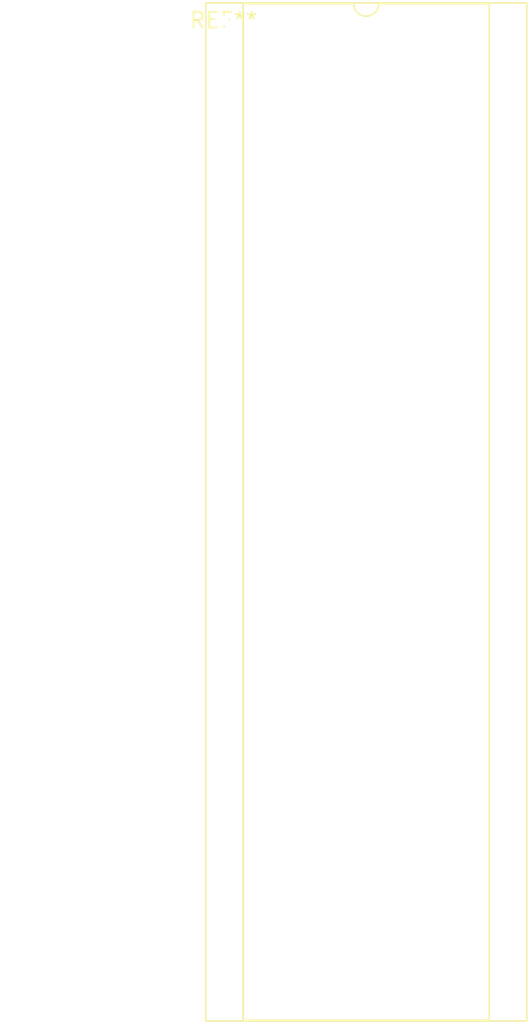
<source format=kicad_pcb>
(kicad_pcb (version 20240108) (generator pcbnew)
  (layers (0 "F.Cu" signal) (31 "B.Cu" signal) (34 "B.Paste" user) (35 "F.Paste" user) (36 "B.SilkS" user "B.Silkscreen") (37 "F.SilkS" user "F.Silkscreen") (38 "B.Mask" user) (39 "F.Mask" user) (44 "Edge.Cuts" user))
  (net 0 "")
  (footprint "DIP-64_W22.86mm_Socket_LongPads" (layer "F.Cu") (at 0 0)
    (property "Reference" "REF**")
    (property "Value" "DIP-64_W22.86mm_Socket_LongPads")
    (fp_line (start -1.44 -1.39) (end -1.44 80.13) (layer "F.SilkS") (stroke (width 0.12)))
    (fp_line (start -1.44 80.13) (end 24.3 80.13) (layer "F.SilkS") (stroke (width 0.12)))
    (fp_line (start 1.56 -1.33) (end 1.56 80.07) (layer "F.SilkS") (stroke (width 0.12)))
    (fp_line (start 1.56 80.07) (end 21.3 80.07) (layer "F.SilkS") (stroke (width 0.12)))
    (fp_line (start 10.43 -1.33) (end 1.56 -1.33) (layer "F.SilkS") (stroke (width 0.12)))
    (fp_line (start 21.3 -1.33) (end 12.43 -1.33) (layer "F.SilkS") (stroke (width 0.12)))
    (fp_line (start 21.3 80.07) (end 21.3 -1.33) (layer "F.SilkS") (stroke (width 0.12)))
    (fp_line (start 24.3 -1.39) (end -1.44 -1.39) (layer "F.SilkS") (stroke (width 0.12)))
    (fp_line (start 24.3 80.13) (end 24.3 -1.39) (layer "F.SilkS") (stroke (width 0.12)))
    (fp_arc (start 12.43 -1.33) (mid 11.43 -0.33) (end 10.43 -1.33) (layer "F.SilkS") (stroke (width 0.12)))
    (pad "1" thru_hole rect (at 0 0) (size 2.4 1.6) (drill 0.8) (layers *.Cu *.Mask) (remove_unused_layers))
    (pad "2" thru_hole oval (at 0 2.54) (size 2.4 1.6) (drill 0.8) (layers *.Cu *.Mask) (remove_unused_layers))
    (pad "3" thru_hole oval (at 0 5.08) (size 2.4 1.6) (drill 0.8) (layers *.Cu *.Mask) (remove_unused_layers))
    (pad "4" thru_hole oval (at 0 7.62) (size 2.4 1.6) (drill 0.8) (layers *.Cu *.Mask) (remove_unused_layers))
    (pad "5" thru_hole oval (at 0 10.16) (size 2.4 1.6) (drill 0.8) (layers *.Cu *.Mask) (remove_unused_layers))
    (pad "6" thru_hole oval (at 0 12.7) (size 2.4 1.6) (drill 0.8) (layers *.Cu *.Mask) (remove_unused_layers))
    (pad "7" thru_hole oval (at 0 15.24) (size 2.4 1.6) (drill 0.8) (layers *.Cu *.Mask) (remove_unused_layers))
    (pad "8" thru_hole oval (at 0 17.78) (size 2.4 1.6) (drill 0.8) (layers *.Cu *.Mask) (remove_unused_layers))
    (pad "9" thru_hole oval (at 0 20.32) (size 2.4 1.6) (drill 0.8) (layers *.Cu *.Mask) (remove_unused_layers))
    (pad "10" thru_hole oval (at 0 22.86) (size 2.4 1.6) (drill 0.8) (layers *.Cu *.Mask) (remove_unused_layers))
    (pad "11" thru_hole oval (at 0 25.4) (size 2.4 1.6) (drill 0.8) (layers *.Cu *.Mask) (remove_unused_layers))
    (pad "12" thru_hole oval (at 0 27.94) (size 2.4 1.6) (drill 0.8) (layers *.Cu *.Mask) (remove_unused_layers))
    (pad "13" thru_hole oval (at 0 30.48) (size 2.4 1.6) (drill 0.8) (layers *.Cu *.Mask) (remove_unused_layers))
    (pad "14" thru_hole oval (at 0 33.02) (size 2.4 1.6) (drill 0.8) (layers *.Cu *.Mask) (remove_unused_layers))
    (pad "15" thru_hole oval (at 0 35.56) (size 2.4 1.6) (drill 0.8) (layers *.Cu *.Mask) (remove_unused_layers))
    (pad "16" thru_hole oval (at 0 38.1) (size 2.4 1.6) (drill 0.8) (layers *.Cu *.Mask) (remove_unused_layers))
    (pad "17" thru_hole oval (at 0 40.64) (size 2.4 1.6) (drill 0.8) (layers *.Cu *.Mask) (remove_unused_layers))
    (pad "18" thru_hole oval (at 0 43.18) (size 2.4 1.6) (drill 0.8) (layers *.Cu *.Mask) (remove_unused_layers))
    (pad "19" thru_hole oval (at 0 45.72) (size 2.4 1.6) (drill 0.8) (layers *.Cu *.Mask) (remove_unused_layers))
    (pad "20" thru_hole oval (at 0 48.26) (size 2.4 1.6) (drill 0.8) (layers *.Cu *.Mask) (remove_unused_layers))
    (pad "21" thru_hole oval (at 0 50.8) (size 2.4 1.6) (drill 0.8) (layers *.Cu *.Mask) (remove_unused_layers))
    (pad "22" thru_hole oval (at 0 53.34) (size 2.4 1.6) (drill 0.8) (layers *.Cu *.Mask) (remove_unused_layers))
    (pad "23" thru_hole oval (at 0 55.88) (size 2.4 1.6) (drill 0.8) (layers *.Cu *.Mask) (remove_unused_layers))
    (pad "24" thru_hole oval (at 0 58.42) (size 2.4 1.6) (drill 0.8) (layers *.Cu *.Mask) (remove_unused_layers))
    (pad "25" thru_hole oval (at 0 60.96) (size 2.4 1.6) (drill 0.8) (layers *.Cu *.Mask) (remove_unused_layers))
    (pad "26" thru_hole oval (at 0 63.5) (size 2.4 1.6) (drill 0.8) (layers *.Cu *.Mask) (remove_unused_layers))
    (pad "27" thru_hole oval (at 0 66.04) (size 2.4 1.6) (drill 0.8) (layers *.Cu *.Mask) (remove_unused_layers))
    (pad "28" thru_hole oval (at 0 68.58) (size 2.4 1.6) (drill 0.8) (layers *.Cu *.Mask) (remove_unused_layers))
    (pad "29" thru_hole oval (at 0 71.12) (size 2.4 1.6) (drill 0.8) (layers *.Cu *.Mask) (remove_unused_layers))
    (pad "30" thru_hole oval (at 0 73.66) (size 2.4 1.6) (drill 0.8) (layers *.Cu *.Mask) (remove_unused_layers))
    (pad "31" thru_hole oval (at 0 76.2) (size 2.4 1.6) (drill 0.8) (layers *.Cu *.Mask) (remove_unused_layers))
    (pad "32" thru_hole oval (at 0 78.74) (size 2.4 1.6) (drill 0.8) (layers *.Cu *.Mask) (remove_unused_layers))
    (pad "33" thru_hole oval (at 22.86 78.74) (size 2.4 1.6) (drill 0.8) (layers *.Cu *.Mask) (remove_unused_layers))
    (pad "34" thru_hole oval (at 22.86 76.2) (size 2.4 1.6) (drill 0.8) (layers *.Cu *.Mask) (remove_unused_layers))
    (pad "35" thru_hole oval (at 22.86 73.66) (size 2.4 1.6) (drill 0.8) (layers *.Cu *.Mask) (remove_unused_layers))
    (pad "36" thru_hole oval (at 22.86 71.12) (size 2.4 1.6) (drill 0.8) (layers *.Cu *.Mask) (remove_unused_layers))
    (pad "37" thru_hole oval (at 22.86 68.58) (size 2.4 1.6) (drill 0.8) (layers *.Cu *.Mask) (remove_unused_layers))
    (pad "38" thru_hole oval (at 22.86 66.04) (size 2.4 1.6) (drill 0.8) (layers *.Cu *.Mask) (remove_unused_layers))
    (pad "39" thru_hole oval (at 22.86 63.5) (size 2.4 1.6) (drill 0.8) (layers *.Cu *.Mask) (remove_unused_layers))
    (pad "40" thru_hole oval (at 22.86 60.96) (size 2.4 1.6) (drill 0.8) (layers *.Cu *.Mask) (remove_unused_layers))
    (pad "41" thru_hole oval (at 22.86 58.42) (size 2.4 1.6) (drill 0.8) (layers *.Cu *.Mask) (remove_unused_layers))
    (pad "42" thru_hole oval (at 22.86 55.88) (size 2.4 1.6) (drill 0.8) (layers *.Cu *.Mask) (remove_unused_layers))
    (pad "43" thru_hole oval (at 22.86 53.34) (size 2.4 1.6) (drill 0.8) (layers *.Cu *.Mask) (remove_unused_layers))
    (pad "44" thru_hole oval (at 22.86 50.8) (size 2.4 1.6) (drill 0.8) (layers *.Cu *.Mask) (remove_unused_layers))
    (pad "45" thru_hole oval (at 22.86 48.26) (size 2.4 1.6) (drill 0.8) (layers *.Cu *.Mask) (remove_unused_layers))
    (pad "46" thru_hole oval (at 22.86 45.72) (size 2.4 1.6) (drill 0.8) (layers *.Cu *.Mask) (remove_unused_layers))
    (pad "47" thru_hole oval (at 22.86 43.18) (size 2.4 1.6) (drill 0.8) (layers *.Cu *.Mask) (remove_unused_layers))
    (pad "48" thru_hole oval (at 22.86 40.64) (size 2.4 1.6) (drill 0.8) (layers *.Cu *.Mask) (remove_unused_layers))
    (pad "49" thru_hole oval (at 22.86 38.1) (size 2.4 1.6) (drill 0.8) (layers *.Cu *.Mask) (remove_unused_layers))
    (pad "50" thru_hole oval (at 22.86 35.56) (size 2.4 1.6) (drill 0.8) (layers *.Cu *.Mask) (remove_unused_layers))
    (pad "51" thru_hole oval (at 22.86 33.02) (size 2.4 1.6) (drill 0.8) (layers *.Cu *.Mask) (remove_unused_layers))
    (pad "52" thru_hole oval (at 22.86 30.48) (size 2.4 1.6) (drill 0.8) (layers *.Cu *.Mask) (remove_unused_layers))
    (pad "53" thru_hole oval (at 22.86 27.94) (size 2.4 1.6) (drill 0.8) (layers *.Cu *.Mask) (remove_unused_layers))
    (pad "54" thru_hole oval (at 22.86 25.4) (size 2.4 1.6) (drill 0.8) (layers *.Cu *.Mask) (remove_unused_layers))
    (pad "55" thru_hole oval (at 22.86 22.86) (size 2.4 1.6) (drill 0.8) (layers *.Cu *.Mask) (remove_unused_layers))
    (pad "56" thru_hole oval (at 22.86 20.32) (size 2.4 1.6) (drill 0.8) (layers *.Cu *.Mask) (remove_unused_layers))
    (pad "57" thru_hole oval (at 22.86 17.78) (size 2.4 1.6) (drill 0.8) (layers *.Cu *.Mask) (remove_unused_layers))
    (pad "58" thru_hole oval (at 22.86 15.24) (size 2.4 1.6) (drill 0.8) (layers *.Cu *.Mask) (remove_unused_layers))
    (pad "59" thru_hole oval (at 22.86 12.7) (size 2.4 1.6) (drill 0.8) (layers *.Cu *.Mask) (remove_unused_layers))
    (pad "60" thru_hole oval (at 22.86 10.16) (size 2.4 1.6) (drill 0.8) (layers *.Cu *.Mask) (remove_unused_layers))
    (pad "61" thru_hole oval (at 22.86 7.62) (size 2.4 1.6) (drill 0.8) (layers *.Cu *.Mask) (remove_unused_layers))
    (pad "62" thru_hole oval (at 22.86 5.08) (size 2.4 1.6) (drill 0.8) (layers *.Cu *.Mask) (remove_unused_layers))
    (pad "63" thru_hole oval (at 22.86 2.54) (size 2.4 1.6) (drill 0.8) (layers *.Cu *.Mask) (remove_unused_layers))
    (pad "64" thru_hole oval (at 22.86 0) (size 2.4 1.6) (drill 0.8) (layers *.Cu *.Mask) (remove_unused_layers))
  )
)
</source>
